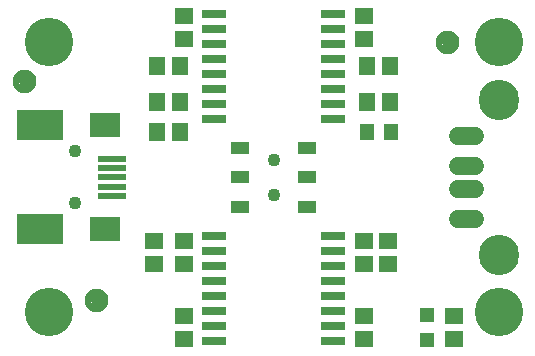
<source format=gbr>
G04 EAGLE Gerber RS-274X export*
G75*
%MOMM*%
%FSLAX34Y34*%
%LPD*%
%INSoldermask Top*%
%IPPOS*%
%AMOC8*
5,1,8,0,0,1.08239X$1,22.5*%
G01*
%ADD10R,2.133600X0.762000*%
%ADD11R,1.601600X1.401600*%
%ADD12R,1.401600X1.601600*%
%ADD13R,1.301600X1.401600*%
%ADD14C,1.559600*%
%ADD15C,3.417600*%
%ADD16C,1.101600*%
%ADD17C,0.500000*%
%ADD18C,4.101600*%
%ADD19R,2.501600X2.101600*%
%ADD20R,2.409600X0.601600*%
%ADD21R,3.911600X2.641600*%
%ADD22R,1.601600X1.101600*%
%ADD23R,1.301600X1.301600*%


D10*
X178308Y290830D03*
X178308Y278130D03*
X178308Y265430D03*
X178308Y252730D03*
X178308Y240030D03*
X178308Y227330D03*
X178308Y214630D03*
X178308Y201930D03*
X278892Y201930D03*
X278892Y214630D03*
X278892Y227330D03*
X278892Y240030D03*
X278892Y252730D03*
X278892Y265430D03*
X278892Y278130D03*
X278892Y290830D03*
X178308Y102870D03*
X178308Y90170D03*
X178308Y77470D03*
X178308Y64770D03*
X178308Y52070D03*
X178308Y39370D03*
X178308Y26670D03*
X178308Y13970D03*
X278892Y13970D03*
X278892Y26670D03*
X278892Y39370D03*
X278892Y52070D03*
X278892Y64770D03*
X278892Y77470D03*
X278892Y90170D03*
X278892Y102870D03*
D11*
X152400Y288900D03*
X152400Y269900D03*
D12*
X149200Y246380D03*
X130200Y246380D03*
D11*
X304800Y269900D03*
X304800Y288900D03*
D12*
X327000Y246380D03*
X308000Y246380D03*
X130200Y215900D03*
X149200Y215900D03*
X130200Y190500D03*
X149200Y190500D03*
X308000Y215900D03*
X327000Y215900D03*
D13*
X307340Y190500D03*
X327660Y190500D03*
D14*
X384710Y142400D02*
X399290Y142400D01*
X399290Y162400D02*
X384710Y162400D01*
X384710Y117400D02*
X399290Y117400D01*
X399290Y187400D02*
X384710Y187400D01*
D15*
X419100Y86700D03*
X419100Y218100D03*
D16*
X78740Y48260D03*
D17*
X78740Y55760D02*
X78559Y55758D01*
X78378Y55751D01*
X78197Y55740D01*
X78016Y55725D01*
X77836Y55705D01*
X77656Y55681D01*
X77477Y55653D01*
X77299Y55620D01*
X77122Y55583D01*
X76945Y55542D01*
X76770Y55497D01*
X76595Y55447D01*
X76422Y55393D01*
X76251Y55335D01*
X76080Y55273D01*
X75912Y55206D01*
X75745Y55136D01*
X75579Y55062D01*
X75416Y54983D01*
X75255Y54901D01*
X75095Y54815D01*
X74938Y54725D01*
X74783Y54631D01*
X74630Y54534D01*
X74480Y54432D01*
X74332Y54328D01*
X74186Y54219D01*
X74044Y54108D01*
X73904Y53992D01*
X73767Y53874D01*
X73632Y53752D01*
X73501Y53627D01*
X73373Y53499D01*
X73248Y53368D01*
X73126Y53233D01*
X73008Y53096D01*
X72892Y52956D01*
X72781Y52814D01*
X72672Y52668D01*
X72568Y52520D01*
X72466Y52370D01*
X72369Y52217D01*
X72275Y52062D01*
X72185Y51905D01*
X72099Y51745D01*
X72017Y51584D01*
X71938Y51421D01*
X71864Y51255D01*
X71794Y51088D01*
X71727Y50920D01*
X71665Y50749D01*
X71607Y50578D01*
X71553Y50405D01*
X71503Y50230D01*
X71458Y50055D01*
X71417Y49878D01*
X71380Y49701D01*
X71347Y49523D01*
X71319Y49344D01*
X71295Y49164D01*
X71275Y48984D01*
X71260Y48803D01*
X71249Y48622D01*
X71242Y48441D01*
X71240Y48260D01*
X78740Y55760D02*
X78921Y55758D01*
X79102Y55751D01*
X79283Y55740D01*
X79464Y55725D01*
X79644Y55705D01*
X79824Y55681D01*
X80003Y55653D01*
X80181Y55620D01*
X80358Y55583D01*
X80535Y55542D01*
X80710Y55497D01*
X80885Y55447D01*
X81058Y55393D01*
X81229Y55335D01*
X81400Y55273D01*
X81568Y55206D01*
X81735Y55136D01*
X81901Y55062D01*
X82064Y54983D01*
X82225Y54901D01*
X82385Y54815D01*
X82542Y54725D01*
X82697Y54631D01*
X82850Y54534D01*
X83000Y54432D01*
X83148Y54328D01*
X83294Y54219D01*
X83436Y54108D01*
X83576Y53992D01*
X83713Y53874D01*
X83848Y53752D01*
X83979Y53627D01*
X84107Y53499D01*
X84232Y53368D01*
X84354Y53233D01*
X84472Y53096D01*
X84588Y52956D01*
X84699Y52814D01*
X84808Y52668D01*
X84912Y52520D01*
X85014Y52370D01*
X85111Y52217D01*
X85205Y52062D01*
X85295Y51905D01*
X85381Y51745D01*
X85463Y51584D01*
X85542Y51421D01*
X85616Y51255D01*
X85686Y51088D01*
X85753Y50920D01*
X85815Y50749D01*
X85873Y50578D01*
X85927Y50405D01*
X85977Y50230D01*
X86022Y50055D01*
X86063Y49878D01*
X86100Y49701D01*
X86133Y49523D01*
X86161Y49344D01*
X86185Y49164D01*
X86205Y48984D01*
X86220Y48803D01*
X86231Y48622D01*
X86238Y48441D01*
X86240Y48260D01*
X86238Y48079D01*
X86231Y47898D01*
X86220Y47717D01*
X86205Y47536D01*
X86185Y47356D01*
X86161Y47176D01*
X86133Y46997D01*
X86100Y46819D01*
X86063Y46642D01*
X86022Y46465D01*
X85977Y46290D01*
X85927Y46115D01*
X85873Y45942D01*
X85815Y45771D01*
X85753Y45600D01*
X85686Y45432D01*
X85616Y45265D01*
X85542Y45099D01*
X85463Y44936D01*
X85381Y44775D01*
X85295Y44615D01*
X85205Y44458D01*
X85111Y44303D01*
X85014Y44150D01*
X84912Y44000D01*
X84808Y43852D01*
X84699Y43706D01*
X84588Y43564D01*
X84472Y43424D01*
X84354Y43287D01*
X84232Y43152D01*
X84107Y43021D01*
X83979Y42893D01*
X83848Y42768D01*
X83713Y42646D01*
X83576Y42528D01*
X83436Y42412D01*
X83294Y42301D01*
X83148Y42192D01*
X83000Y42088D01*
X82850Y41986D01*
X82697Y41889D01*
X82542Y41795D01*
X82385Y41705D01*
X82225Y41619D01*
X82064Y41537D01*
X81901Y41458D01*
X81735Y41384D01*
X81568Y41314D01*
X81400Y41247D01*
X81229Y41185D01*
X81058Y41127D01*
X80885Y41073D01*
X80710Y41023D01*
X80535Y40978D01*
X80358Y40937D01*
X80181Y40900D01*
X80003Y40867D01*
X79824Y40839D01*
X79644Y40815D01*
X79464Y40795D01*
X79283Y40780D01*
X79102Y40769D01*
X78921Y40762D01*
X78740Y40760D01*
X78559Y40762D01*
X78378Y40769D01*
X78197Y40780D01*
X78016Y40795D01*
X77836Y40815D01*
X77656Y40839D01*
X77477Y40867D01*
X77299Y40900D01*
X77122Y40937D01*
X76945Y40978D01*
X76770Y41023D01*
X76595Y41073D01*
X76422Y41127D01*
X76251Y41185D01*
X76080Y41247D01*
X75912Y41314D01*
X75745Y41384D01*
X75579Y41458D01*
X75416Y41537D01*
X75255Y41619D01*
X75095Y41705D01*
X74938Y41795D01*
X74783Y41889D01*
X74630Y41986D01*
X74480Y42088D01*
X74332Y42192D01*
X74186Y42301D01*
X74044Y42412D01*
X73904Y42528D01*
X73767Y42646D01*
X73632Y42768D01*
X73501Y42893D01*
X73373Y43021D01*
X73248Y43152D01*
X73126Y43287D01*
X73008Y43424D01*
X72892Y43564D01*
X72781Y43706D01*
X72672Y43852D01*
X72568Y44000D01*
X72466Y44150D01*
X72369Y44303D01*
X72275Y44458D01*
X72185Y44615D01*
X72099Y44775D01*
X72017Y44936D01*
X71938Y45099D01*
X71864Y45265D01*
X71794Y45432D01*
X71727Y45600D01*
X71665Y45771D01*
X71607Y45942D01*
X71553Y46115D01*
X71503Y46290D01*
X71458Y46465D01*
X71417Y46642D01*
X71380Y46819D01*
X71347Y46997D01*
X71319Y47176D01*
X71295Y47356D01*
X71275Y47536D01*
X71260Y47717D01*
X71249Y47898D01*
X71242Y48079D01*
X71240Y48260D01*
D16*
X375920Y266700D03*
D17*
X375920Y274200D02*
X375739Y274198D01*
X375558Y274191D01*
X375377Y274180D01*
X375196Y274165D01*
X375016Y274145D01*
X374836Y274121D01*
X374657Y274093D01*
X374479Y274060D01*
X374302Y274023D01*
X374125Y273982D01*
X373950Y273937D01*
X373775Y273887D01*
X373602Y273833D01*
X373431Y273775D01*
X373260Y273713D01*
X373092Y273646D01*
X372925Y273576D01*
X372759Y273502D01*
X372596Y273423D01*
X372435Y273341D01*
X372275Y273255D01*
X372118Y273165D01*
X371963Y273071D01*
X371810Y272974D01*
X371660Y272872D01*
X371512Y272768D01*
X371366Y272659D01*
X371224Y272548D01*
X371084Y272432D01*
X370947Y272314D01*
X370812Y272192D01*
X370681Y272067D01*
X370553Y271939D01*
X370428Y271808D01*
X370306Y271673D01*
X370188Y271536D01*
X370072Y271396D01*
X369961Y271254D01*
X369852Y271108D01*
X369748Y270960D01*
X369646Y270810D01*
X369549Y270657D01*
X369455Y270502D01*
X369365Y270345D01*
X369279Y270185D01*
X369197Y270024D01*
X369118Y269861D01*
X369044Y269695D01*
X368974Y269528D01*
X368907Y269360D01*
X368845Y269189D01*
X368787Y269018D01*
X368733Y268845D01*
X368683Y268670D01*
X368638Y268495D01*
X368597Y268318D01*
X368560Y268141D01*
X368527Y267963D01*
X368499Y267784D01*
X368475Y267604D01*
X368455Y267424D01*
X368440Y267243D01*
X368429Y267062D01*
X368422Y266881D01*
X368420Y266700D01*
X375920Y274200D02*
X376101Y274198D01*
X376282Y274191D01*
X376463Y274180D01*
X376644Y274165D01*
X376824Y274145D01*
X377004Y274121D01*
X377183Y274093D01*
X377361Y274060D01*
X377538Y274023D01*
X377715Y273982D01*
X377890Y273937D01*
X378065Y273887D01*
X378238Y273833D01*
X378409Y273775D01*
X378580Y273713D01*
X378748Y273646D01*
X378915Y273576D01*
X379081Y273502D01*
X379244Y273423D01*
X379405Y273341D01*
X379565Y273255D01*
X379722Y273165D01*
X379877Y273071D01*
X380030Y272974D01*
X380180Y272872D01*
X380328Y272768D01*
X380474Y272659D01*
X380616Y272548D01*
X380756Y272432D01*
X380893Y272314D01*
X381028Y272192D01*
X381159Y272067D01*
X381287Y271939D01*
X381412Y271808D01*
X381534Y271673D01*
X381652Y271536D01*
X381768Y271396D01*
X381879Y271254D01*
X381988Y271108D01*
X382092Y270960D01*
X382194Y270810D01*
X382291Y270657D01*
X382385Y270502D01*
X382475Y270345D01*
X382561Y270185D01*
X382643Y270024D01*
X382722Y269861D01*
X382796Y269695D01*
X382866Y269528D01*
X382933Y269360D01*
X382995Y269189D01*
X383053Y269018D01*
X383107Y268845D01*
X383157Y268670D01*
X383202Y268495D01*
X383243Y268318D01*
X383280Y268141D01*
X383313Y267963D01*
X383341Y267784D01*
X383365Y267604D01*
X383385Y267424D01*
X383400Y267243D01*
X383411Y267062D01*
X383418Y266881D01*
X383420Y266700D01*
X383418Y266519D01*
X383411Y266338D01*
X383400Y266157D01*
X383385Y265976D01*
X383365Y265796D01*
X383341Y265616D01*
X383313Y265437D01*
X383280Y265259D01*
X383243Y265082D01*
X383202Y264905D01*
X383157Y264730D01*
X383107Y264555D01*
X383053Y264382D01*
X382995Y264211D01*
X382933Y264040D01*
X382866Y263872D01*
X382796Y263705D01*
X382722Y263539D01*
X382643Y263376D01*
X382561Y263215D01*
X382475Y263055D01*
X382385Y262898D01*
X382291Y262743D01*
X382194Y262590D01*
X382092Y262440D01*
X381988Y262292D01*
X381879Y262146D01*
X381768Y262004D01*
X381652Y261864D01*
X381534Y261727D01*
X381412Y261592D01*
X381287Y261461D01*
X381159Y261333D01*
X381028Y261208D01*
X380893Y261086D01*
X380756Y260968D01*
X380616Y260852D01*
X380474Y260741D01*
X380328Y260632D01*
X380180Y260528D01*
X380030Y260426D01*
X379877Y260329D01*
X379722Y260235D01*
X379565Y260145D01*
X379405Y260059D01*
X379244Y259977D01*
X379081Y259898D01*
X378915Y259824D01*
X378748Y259754D01*
X378580Y259687D01*
X378409Y259625D01*
X378238Y259567D01*
X378065Y259513D01*
X377890Y259463D01*
X377715Y259418D01*
X377538Y259377D01*
X377361Y259340D01*
X377183Y259307D01*
X377004Y259279D01*
X376824Y259255D01*
X376644Y259235D01*
X376463Y259220D01*
X376282Y259209D01*
X376101Y259202D01*
X375920Y259200D01*
X375739Y259202D01*
X375558Y259209D01*
X375377Y259220D01*
X375196Y259235D01*
X375016Y259255D01*
X374836Y259279D01*
X374657Y259307D01*
X374479Y259340D01*
X374302Y259377D01*
X374125Y259418D01*
X373950Y259463D01*
X373775Y259513D01*
X373602Y259567D01*
X373431Y259625D01*
X373260Y259687D01*
X373092Y259754D01*
X372925Y259824D01*
X372759Y259898D01*
X372596Y259977D01*
X372435Y260059D01*
X372275Y260145D01*
X372118Y260235D01*
X371963Y260329D01*
X371810Y260426D01*
X371660Y260528D01*
X371512Y260632D01*
X371366Y260741D01*
X371224Y260852D01*
X371084Y260968D01*
X370947Y261086D01*
X370812Y261208D01*
X370681Y261333D01*
X370553Y261461D01*
X370428Y261592D01*
X370306Y261727D01*
X370188Y261864D01*
X370072Y262004D01*
X369961Y262146D01*
X369852Y262292D01*
X369748Y262440D01*
X369646Y262590D01*
X369549Y262743D01*
X369455Y262898D01*
X369365Y263055D01*
X369279Y263215D01*
X369197Y263376D01*
X369118Y263539D01*
X369044Y263705D01*
X368974Y263872D01*
X368907Y264040D01*
X368845Y264211D01*
X368787Y264382D01*
X368733Y264555D01*
X368683Y264730D01*
X368638Y264905D01*
X368597Y265082D01*
X368560Y265259D01*
X368527Y265437D01*
X368499Y265616D01*
X368475Y265796D01*
X368455Y265976D01*
X368440Y266157D01*
X368429Y266338D01*
X368422Y266519D01*
X368420Y266700D01*
D16*
X17780Y233680D03*
D17*
X17780Y241180D02*
X17599Y241178D01*
X17418Y241171D01*
X17237Y241160D01*
X17056Y241145D01*
X16876Y241125D01*
X16696Y241101D01*
X16517Y241073D01*
X16339Y241040D01*
X16162Y241003D01*
X15985Y240962D01*
X15810Y240917D01*
X15635Y240867D01*
X15462Y240813D01*
X15291Y240755D01*
X15120Y240693D01*
X14952Y240626D01*
X14785Y240556D01*
X14619Y240482D01*
X14456Y240403D01*
X14295Y240321D01*
X14135Y240235D01*
X13978Y240145D01*
X13823Y240051D01*
X13670Y239954D01*
X13520Y239852D01*
X13372Y239748D01*
X13226Y239639D01*
X13084Y239528D01*
X12944Y239412D01*
X12807Y239294D01*
X12672Y239172D01*
X12541Y239047D01*
X12413Y238919D01*
X12288Y238788D01*
X12166Y238653D01*
X12048Y238516D01*
X11932Y238376D01*
X11821Y238234D01*
X11712Y238088D01*
X11608Y237940D01*
X11506Y237790D01*
X11409Y237637D01*
X11315Y237482D01*
X11225Y237325D01*
X11139Y237165D01*
X11057Y237004D01*
X10978Y236841D01*
X10904Y236675D01*
X10834Y236508D01*
X10767Y236340D01*
X10705Y236169D01*
X10647Y235998D01*
X10593Y235825D01*
X10543Y235650D01*
X10498Y235475D01*
X10457Y235298D01*
X10420Y235121D01*
X10387Y234943D01*
X10359Y234764D01*
X10335Y234584D01*
X10315Y234404D01*
X10300Y234223D01*
X10289Y234042D01*
X10282Y233861D01*
X10280Y233680D01*
X17780Y241180D02*
X17961Y241178D01*
X18142Y241171D01*
X18323Y241160D01*
X18504Y241145D01*
X18684Y241125D01*
X18864Y241101D01*
X19043Y241073D01*
X19221Y241040D01*
X19398Y241003D01*
X19575Y240962D01*
X19750Y240917D01*
X19925Y240867D01*
X20098Y240813D01*
X20269Y240755D01*
X20440Y240693D01*
X20608Y240626D01*
X20775Y240556D01*
X20941Y240482D01*
X21104Y240403D01*
X21265Y240321D01*
X21425Y240235D01*
X21582Y240145D01*
X21737Y240051D01*
X21890Y239954D01*
X22040Y239852D01*
X22188Y239748D01*
X22334Y239639D01*
X22476Y239528D01*
X22616Y239412D01*
X22753Y239294D01*
X22888Y239172D01*
X23019Y239047D01*
X23147Y238919D01*
X23272Y238788D01*
X23394Y238653D01*
X23512Y238516D01*
X23628Y238376D01*
X23739Y238234D01*
X23848Y238088D01*
X23952Y237940D01*
X24054Y237790D01*
X24151Y237637D01*
X24245Y237482D01*
X24335Y237325D01*
X24421Y237165D01*
X24503Y237004D01*
X24582Y236841D01*
X24656Y236675D01*
X24726Y236508D01*
X24793Y236340D01*
X24855Y236169D01*
X24913Y235998D01*
X24967Y235825D01*
X25017Y235650D01*
X25062Y235475D01*
X25103Y235298D01*
X25140Y235121D01*
X25173Y234943D01*
X25201Y234764D01*
X25225Y234584D01*
X25245Y234404D01*
X25260Y234223D01*
X25271Y234042D01*
X25278Y233861D01*
X25280Y233680D01*
X25278Y233499D01*
X25271Y233318D01*
X25260Y233137D01*
X25245Y232956D01*
X25225Y232776D01*
X25201Y232596D01*
X25173Y232417D01*
X25140Y232239D01*
X25103Y232062D01*
X25062Y231885D01*
X25017Y231710D01*
X24967Y231535D01*
X24913Y231362D01*
X24855Y231191D01*
X24793Y231020D01*
X24726Y230852D01*
X24656Y230685D01*
X24582Y230519D01*
X24503Y230356D01*
X24421Y230195D01*
X24335Y230035D01*
X24245Y229878D01*
X24151Y229723D01*
X24054Y229570D01*
X23952Y229420D01*
X23848Y229272D01*
X23739Y229126D01*
X23628Y228984D01*
X23512Y228844D01*
X23394Y228707D01*
X23272Y228572D01*
X23147Y228441D01*
X23019Y228313D01*
X22888Y228188D01*
X22753Y228066D01*
X22616Y227948D01*
X22476Y227832D01*
X22334Y227721D01*
X22188Y227612D01*
X22040Y227508D01*
X21890Y227406D01*
X21737Y227309D01*
X21582Y227215D01*
X21425Y227125D01*
X21265Y227039D01*
X21104Y226957D01*
X20941Y226878D01*
X20775Y226804D01*
X20608Y226734D01*
X20440Y226667D01*
X20269Y226605D01*
X20098Y226547D01*
X19925Y226493D01*
X19750Y226443D01*
X19575Y226398D01*
X19398Y226357D01*
X19221Y226320D01*
X19043Y226287D01*
X18864Y226259D01*
X18684Y226235D01*
X18504Y226215D01*
X18323Y226200D01*
X18142Y226189D01*
X17961Y226182D01*
X17780Y226180D01*
X17599Y226182D01*
X17418Y226189D01*
X17237Y226200D01*
X17056Y226215D01*
X16876Y226235D01*
X16696Y226259D01*
X16517Y226287D01*
X16339Y226320D01*
X16162Y226357D01*
X15985Y226398D01*
X15810Y226443D01*
X15635Y226493D01*
X15462Y226547D01*
X15291Y226605D01*
X15120Y226667D01*
X14952Y226734D01*
X14785Y226804D01*
X14619Y226878D01*
X14456Y226957D01*
X14295Y227039D01*
X14135Y227125D01*
X13978Y227215D01*
X13823Y227309D01*
X13670Y227406D01*
X13520Y227508D01*
X13372Y227612D01*
X13226Y227721D01*
X13084Y227832D01*
X12944Y227948D01*
X12807Y228066D01*
X12672Y228188D01*
X12541Y228313D01*
X12413Y228441D01*
X12288Y228572D01*
X12166Y228707D01*
X12048Y228844D01*
X11932Y228984D01*
X11821Y229126D01*
X11712Y229272D01*
X11608Y229420D01*
X11506Y229570D01*
X11409Y229723D01*
X11315Y229878D01*
X11225Y230035D01*
X11139Y230195D01*
X11057Y230356D01*
X10978Y230519D01*
X10904Y230685D01*
X10834Y230852D01*
X10767Y231020D01*
X10705Y231191D01*
X10647Y231362D01*
X10593Y231535D01*
X10543Y231710D01*
X10498Y231885D01*
X10457Y232062D01*
X10420Y232239D01*
X10387Y232417D01*
X10359Y232596D01*
X10335Y232776D01*
X10315Y232956D01*
X10300Y233137D01*
X10289Y233318D01*
X10282Y233499D01*
X10280Y233680D01*
D18*
X419100Y266700D03*
X38100Y38100D03*
X38100Y266700D03*
X419100Y38100D03*
D11*
X304800Y98400D03*
X304800Y79400D03*
X325120Y98400D03*
X325120Y79400D03*
X304800Y15900D03*
X304800Y34900D03*
X152400Y98400D03*
X152400Y79400D03*
X127000Y98400D03*
X127000Y79400D03*
X152400Y15900D03*
X152400Y34900D03*
D19*
X85800Y196400D03*
D20*
X91440Y168400D03*
X91440Y160400D03*
X91440Y152400D03*
X91440Y144400D03*
X91440Y136400D03*
D21*
X30800Y196400D03*
D19*
X85800Y108400D03*
D21*
X30800Y108400D03*
D16*
X60800Y174400D03*
X60800Y130400D03*
D22*
X200600Y127400D03*
X200600Y152400D03*
X200600Y177400D03*
X256600Y177400D03*
X256600Y152400D03*
X256600Y127400D03*
D16*
X228600Y167400D03*
X228600Y137400D03*
D23*
X358140Y35900D03*
X358140Y14900D03*
D11*
X381000Y34900D03*
X381000Y15900D03*
M02*

</source>
